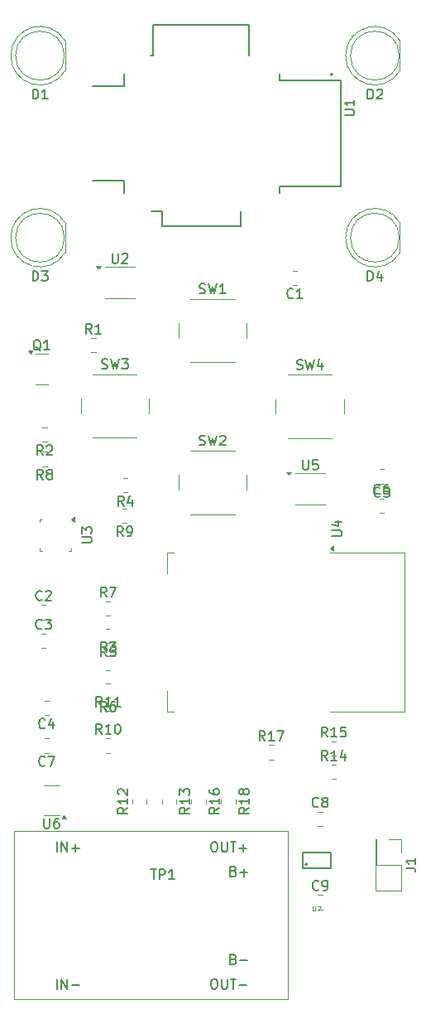
<source format=gbr>
%TF.GenerationSoftware,KiCad,Pcbnew,8.0.5*%
%TF.CreationDate,2026-01-06T21:14:37+02:00*%
%TF.ProjectId,scheme,73636865-6d65-42e6-9b69-6361645f7063,rev?*%
%TF.SameCoordinates,Original*%
%TF.FileFunction,Legend,Top*%
%TF.FilePolarity,Positive*%
%FSLAX46Y46*%
G04 Gerber Fmt 4.6, Leading zero omitted, Abs format (unit mm)*
G04 Created by KiCad (PCBNEW 8.0.5) date 2026-01-06 21:14:37*
%MOMM*%
%LPD*%
G01*
G04 APERTURE LIST*
%ADD10C,0.150000*%
%ADD11C,0.100000*%
%ADD12C,0.120000*%
%ADD13C,0.127000*%
%ADD14C,0.200000*%
G04 APERTURE END LIST*
D10*
X123391905Y-51214819D02*
X123391905Y-50214819D01*
X123391905Y-50214819D02*
X123630000Y-50214819D01*
X123630000Y-50214819D02*
X123772857Y-50262438D01*
X123772857Y-50262438D02*
X123868095Y-50357676D01*
X123868095Y-50357676D02*
X123915714Y-50452914D01*
X123915714Y-50452914D02*
X123963333Y-50643390D01*
X123963333Y-50643390D02*
X123963333Y-50786247D01*
X123963333Y-50786247D02*
X123915714Y-50976723D01*
X123915714Y-50976723D02*
X123868095Y-51071961D01*
X123868095Y-51071961D02*
X123772857Y-51167200D01*
X123772857Y-51167200D02*
X123630000Y-51214819D01*
X123630000Y-51214819D02*
X123391905Y-51214819D01*
X124915714Y-51214819D02*
X124344286Y-51214819D01*
X124630000Y-51214819D02*
X124630000Y-50214819D01*
X124630000Y-50214819D02*
X124534762Y-50357676D01*
X124534762Y-50357676D02*
X124439524Y-50452914D01*
X124439524Y-50452914D02*
X124344286Y-50500533D01*
X153557142Y-118804819D02*
X153223809Y-118328628D01*
X152985714Y-118804819D02*
X152985714Y-117804819D01*
X152985714Y-117804819D02*
X153366666Y-117804819D01*
X153366666Y-117804819D02*
X153461904Y-117852438D01*
X153461904Y-117852438D02*
X153509523Y-117900057D01*
X153509523Y-117900057D02*
X153557142Y-117995295D01*
X153557142Y-117995295D02*
X153557142Y-118138152D01*
X153557142Y-118138152D02*
X153509523Y-118233390D01*
X153509523Y-118233390D02*
X153461904Y-118281009D01*
X153461904Y-118281009D02*
X153366666Y-118328628D01*
X153366666Y-118328628D02*
X152985714Y-118328628D01*
X154509523Y-118804819D02*
X153938095Y-118804819D01*
X154223809Y-118804819D02*
X154223809Y-117804819D01*
X154223809Y-117804819D02*
X154128571Y-117947676D01*
X154128571Y-117947676D02*
X154033333Y-118042914D01*
X154033333Y-118042914D02*
X153938095Y-118090533D01*
X155366666Y-118138152D02*
X155366666Y-118804819D01*
X155128571Y-117757200D02*
X154890476Y-118471485D01*
X154890476Y-118471485D02*
X155509523Y-118471485D01*
X132705733Y-92804819D02*
X132372400Y-92328628D01*
X132134305Y-92804819D02*
X132134305Y-91804819D01*
X132134305Y-91804819D02*
X132515257Y-91804819D01*
X132515257Y-91804819D02*
X132610495Y-91852438D01*
X132610495Y-91852438D02*
X132658114Y-91900057D01*
X132658114Y-91900057D02*
X132705733Y-91995295D01*
X132705733Y-91995295D02*
X132705733Y-92138152D01*
X132705733Y-92138152D02*
X132658114Y-92233390D01*
X132658114Y-92233390D02*
X132610495Y-92281009D01*
X132610495Y-92281009D02*
X132515257Y-92328628D01*
X132515257Y-92328628D02*
X132134305Y-92328628D01*
X133562876Y-92138152D02*
X133562876Y-92804819D01*
X133324781Y-91757200D02*
X133086686Y-92471485D01*
X133086686Y-92471485D02*
X133705733Y-92471485D01*
X133104819Y-123642857D02*
X132628628Y-123976190D01*
X133104819Y-124214285D02*
X132104819Y-124214285D01*
X132104819Y-124214285D02*
X132104819Y-123833333D01*
X132104819Y-123833333D02*
X132152438Y-123738095D01*
X132152438Y-123738095D02*
X132200057Y-123690476D01*
X132200057Y-123690476D02*
X132295295Y-123642857D01*
X132295295Y-123642857D02*
X132438152Y-123642857D01*
X132438152Y-123642857D02*
X132533390Y-123690476D01*
X132533390Y-123690476D02*
X132581009Y-123738095D01*
X132581009Y-123738095D02*
X132628628Y-123833333D01*
X132628628Y-123833333D02*
X132628628Y-124214285D01*
X133104819Y-122690476D02*
X133104819Y-123261904D01*
X133104819Y-122976190D02*
X132104819Y-122976190D01*
X132104819Y-122976190D02*
X132247676Y-123071428D01*
X132247676Y-123071428D02*
X132342914Y-123166666D01*
X132342914Y-123166666D02*
X132390533Y-123261904D01*
X132200057Y-122309523D02*
X132152438Y-122261904D01*
X132152438Y-122261904D02*
X132104819Y-122166666D01*
X132104819Y-122166666D02*
X132104819Y-121928571D01*
X132104819Y-121928571D02*
X132152438Y-121833333D01*
X132152438Y-121833333D02*
X132200057Y-121785714D01*
X132200057Y-121785714D02*
X132295295Y-121738095D01*
X132295295Y-121738095D02*
X132390533Y-121738095D01*
X132390533Y-121738095D02*
X132533390Y-121785714D01*
X132533390Y-121785714D02*
X133104819Y-122357142D01*
X133104819Y-122357142D02*
X133104819Y-121738095D01*
X128434819Y-96570704D02*
X129244342Y-96570704D01*
X129244342Y-96570704D02*
X129339580Y-96523085D01*
X129339580Y-96523085D02*
X129387200Y-96475466D01*
X129387200Y-96475466D02*
X129434819Y-96380228D01*
X129434819Y-96380228D02*
X129434819Y-96189752D01*
X129434819Y-96189752D02*
X129387200Y-96094514D01*
X129387200Y-96094514D02*
X129339580Y-96046895D01*
X129339580Y-96046895D02*
X129244342Y-95999276D01*
X129244342Y-95999276D02*
X128434819Y-95999276D01*
X128434819Y-95618323D02*
X128434819Y-94999276D01*
X128434819Y-94999276D02*
X128815771Y-95332609D01*
X128815771Y-95332609D02*
X128815771Y-95189752D01*
X128815771Y-95189752D02*
X128863390Y-95094514D01*
X128863390Y-95094514D02*
X128911009Y-95046895D01*
X128911009Y-95046895D02*
X129006247Y-94999276D01*
X129006247Y-94999276D02*
X129244342Y-94999276D01*
X129244342Y-94999276D02*
X129339580Y-95046895D01*
X129339580Y-95046895D02*
X129387200Y-95094514D01*
X129387200Y-95094514D02*
X129434819Y-95189752D01*
X129434819Y-95189752D02*
X129434819Y-95475466D01*
X129434819Y-95475466D02*
X129387200Y-95570704D01*
X129387200Y-95570704D02*
X129339580Y-95618323D01*
X147157142Y-116804819D02*
X146823809Y-116328628D01*
X146585714Y-116804819D02*
X146585714Y-115804819D01*
X146585714Y-115804819D02*
X146966666Y-115804819D01*
X146966666Y-115804819D02*
X147061904Y-115852438D01*
X147061904Y-115852438D02*
X147109523Y-115900057D01*
X147109523Y-115900057D02*
X147157142Y-115995295D01*
X147157142Y-115995295D02*
X147157142Y-116138152D01*
X147157142Y-116138152D02*
X147109523Y-116233390D01*
X147109523Y-116233390D02*
X147061904Y-116281009D01*
X147061904Y-116281009D02*
X146966666Y-116328628D01*
X146966666Y-116328628D02*
X146585714Y-116328628D01*
X148109523Y-116804819D02*
X147538095Y-116804819D01*
X147823809Y-116804819D02*
X147823809Y-115804819D01*
X147823809Y-115804819D02*
X147728571Y-115947676D01*
X147728571Y-115947676D02*
X147633333Y-116042914D01*
X147633333Y-116042914D02*
X147538095Y-116090533D01*
X148442857Y-115804819D02*
X149109523Y-115804819D01*
X149109523Y-115804819D02*
X148680952Y-116804819D01*
X130466667Y-78757200D02*
X130609524Y-78804819D01*
X130609524Y-78804819D02*
X130847619Y-78804819D01*
X130847619Y-78804819D02*
X130942857Y-78757200D01*
X130942857Y-78757200D02*
X130990476Y-78709580D01*
X130990476Y-78709580D02*
X131038095Y-78614342D01*
X131038095Y-78614342D02*
X131038095Y-78519104D01*
X131038095Y-78519104D02*
X130990476Y-78423866D01*
X130990476Y-78423866D02*
X130942857Y-78376247D01*
X130942857Y-78376247D02*
X130847619Y-78328628D01*
X130847619Y-78328628D02*
X130657143Y-78281009D01*
X130657143Y-78281009D02*
X130561905Y-78233390D01*
X130561905Y-78233390D02*
X130514286Y-78185771D01*
X130514286Y-78185771D02*
X130466667Y-78090533D01*
X130466667Y-78090533D02*
X130466667Y-77995295D01*
X130466667Y-77995295D02*
X130514286Y-77900057D01*
X130514286Y-77900057D02*
X130561905Y-77852438D01*
X130561905Y-77852438D02*
X130657143Y-77804819D01*
X130657143Y-77804819D02*
X130895238Y-77804819D01*
X130895238Y-77804819D02*
X131038095Y-77852438D01*
X131371429Y-77804819D02*
X131609524Y-78804819D01*
X131609524Y-78804819D02*
X131800000Y-78090533D01*
X131800000Y-78090533D02*
X131990476Y-78804819D01*
X131990476Y-78804819D02*
X132228572Y-77804819D01*
X132514286Y-77804819D02*
X133133333Y-77804819D01*
X133133333Y-77804819D02*
X132800000Y-78185771D01*
X132800000Y-78185771D02*
X132942857Y-78185771D01*
X132942857Y-78185771D02*
X133038095Y-78233390D01*
X133038095Y-78233390D02*
X133085714Y-78281009D01*
X133085714Y-78281009D02*
X133133333Y-78376247D01*
X133133333Y-78376247D02*
X133133333Y-78614342D01*
X133133333Y-78614342D02*
X133085714Y-78709580D01*
X133085714Y-78709580D02*
X133038095Y-78757200D01*
X133038095Y-78757200D02*
X132942857Y-78804819D01*
X132942857Y-78804819D02*
X132657143Y-78804819D01*
X132657143Y-78804819D02*
X132561905Y-78757200D01*
X132561905Y-78757200D02*
X132514286Y-78709580D01*
X155308519Y-52886904D02*
X156118042Y-52886904D01*
X156118042Y-52886904D02*
X156213280Y-52839285D01*
X156213280Y-52839285D02*
X156260900Y-52791666D01*
X156260900Y-52791666D02*
X156308519Y-52696428D01*
X156308519Y-52696428D02*
X156308519Y-52505952D01*
X156308519Y-52505952D02*
X156260900Y-52410714D01*
X156260900Y-52410714D02*
X156213280Y-52363095D01*
X156213280Y-52363095D02*
X156118042Y-52315476D01*
X156118042Y-52315476D02*
X155308519Y-52315476D01*
X156308519Y-51315476D02*
X156308519Y-51886904D01*
X156308519Y-51601190D02*
X155308519Y-51601190D01*
X155308519Y-51601190D02*
X155451376Y-51696428D01*
X155451376Y-51696428D02*
X155546614Y-51791666D01*
X155546614Y-51791666D02*
X155594233Y-51886904D01*
X157666905Y-69814819D02*
X157666905Y-68814819D01*
X157666905Y-68814819D02*
X157905000Y-68814819D01*
X157905000Y-68814819D02*
X158047857Y-68862438D01*
X158047857Y-68862438D02*
X158143095Y-68957676D01*
X158143095Y-68957676D02*
X158190714Y-69052914D01*
X158190714Y-69052914D02*
X158238333Y-69243390D01*
X158238333Y-69243390D02*
X158238333Y-69386247D01*
X158238333Y-69386247D02*
X158190714Y-69576723D01*
X158190714Y-69576723D02*
X158143095Y-69671961D01*
X158143095Y-69671961D02*
X158047857Y-69767200D01*
X158047857Y-69767200D02*
X157905000Y-69814819D01*
X157905000Y-69814819D02*
X157666905Y-69814819D01*
X159095476Y-69148152D02*
X159095476Y-69814819D01*
X158857381Y-68767200D02*
X158619286Y-69481485D01*
X158619286Y-69481485D02*
X159238333Y-69481485D01*
D11*
X152051847Y-133761847D02*
X152051847Y-134085657D01*
X152051847Y-134085657D02*
X152075657Y-134123752D01*
X152075657Y-134123752D02*
X152099466Y-134142800D01*
X152099466Y-134142800D02*
X152147085Y-134161847D01*
X152147085Y-134161847D02*
X152242323Y-134161847D01*
X152242323Y-134161847D02*
X152289942Y-134142800D01*
X152289942Y-134142800D02*
X152313752Y-134123752D01*
X152313752Y-134123752D02*
X152337561Y-134085657D01*
X152337561Y-134085657D02*
X152337561Y-133761847D01*
X152528038Y-133761847D02*
X152861371Y-133761847D01*
X152861371Y-133761847D02*
X152647086Y-134161847D01*
D10*
X161584819Y-129828333D02*
X162299104Y-129828333D01*
X162299104Y-129828333D02*
X162441961Y-129875952D01*
X162441961Y-129875952D02*
X162537200Y-129971190D01*
X162537200Y-129971190D02*
X162584819Y-130114047D01*
X162584819Y-130114047D02*
X162584819Y-130209285D01*
X162584819Y-128828333D02*
X162584819Y-129399761D01*
X162584819Y-129114047D02*
X161584819Y-129114047D01*
X161584819Y-129114047D02*
X161727676Y-129209285D01*
X161727676Y-129209285D02*
X161822914Y-129304523D01*
X161822914Y-129304523D02*
X161870533Y-129399761D01*
X124333333Y-102388380D02*
X124285714Y-102436000D01*
X124285714Y-102436000D02*
X124142857Y-102483619D01*
X124142857Y-102483619D02*
X124047619Y-102483619D01*
X124047619Y-102483619D02*
X123904762Y-102436000D01*
X123904762Y-102436000D02*
X123809524Y-102340761D01*
X123809524Y-102340761D02*
X123761905Y-102245523D01*
X123761905Y-102245523D02*
X123714286Y-102055047D01*
X123714286Y-102055047D02*
X123714286Y-101912190D01*
X123714286Y-101912190D02*
X123761905Y-101721714D01*
X123761905Y-101721714D02*
X123809524Y-101626476D01*
X123809524Y-101626476D02*
X123904762Y-101531238D01*
X123904762Y-101531238D02*
X124047619Y-101483619D01*
X124047619Y-101483619D02*
X124142857Y-101483619D01*
X124142857Y-101483619D02*
X124285714Y-101531238D01*
X124285714Y-101531238D02*
X124333333Y-101578857D01*
X124714286Y-101578857D02*
X124761905Y-101531238D01*
X124761905Y-101531238D02*
X124857143Y-101483619D01*
X124857143Y-101483619D02*
X125095238Y-101483619D01*
X125095238Y-101483619D02*
X125190476Y-101531238D01*
X125190476Y-101531238D02*
X125238095Y-101578857D01*
X125238095Y-101578857D02*
X125285714Y-101674095D01*
X125285714Y-101674095D02*
X125285714Y-101769333D01*
X125285714Y-101769333D02*
X125238095Y-101912190D01*
X125238095Y-101912190D02*
X124666667Y-102483619D01*
X124666667Y-102483619D02*
X125285714Y-102483619D01*
X124333333Y-105309580D02*
X124285714Y-105357200D01*
X124285714Y-105357200D02*
X124142857Y-105404819D01*
X124142857Y-105404819D02*
X124047619Y-105404819D01*
X124047619Y-105404819D02*
X123904762Y-105357200D01*
X123904762Y-105357200D02*
X123809524Y-105261961D01*
X123809524Y-105261961D02*
X123761905Y-105166723D01*
X123761905Y-105166723D02*
X123714286Y-104976247D01*
X123714286Y-104976247D02*
X123714286Y-104833390D01*
X123714286Y-104833390D02*
X123761905Y-104642914D01*
X123761905Y-104642914D02*
X123809524Y-104547676D01*
X123809524Y-104547676D02*
X123904762Y-104452438D01*
X123904762Y-104452438D02*
X124047619Y-104404819D01*
X124047619Y-104404819D02*
X124142857Y-104404819D01*
X124142857Y-104404819D02*
X124285714Y-104452438D01*
X124285714Y-104452438D02*
X124333333Y-104500057D01*
X124666667Y-104404819D02*
X125285714Y-104404819D01*
X125285714Y-104404819D02*
X124952381Y-104785771D01*
X124952381Y-104785771D02*
X125095238Y-104785771D01*
X125095238Y-104785771D02*
X125190476Y-104833390D01*
X125190476Y-104833390D02*
X125238095Y-104881009D01*
X125238095Y-104881009D02*
X125285714Y-104976247D01*
X125285714Y-104976247D02*
X125285714Y-105214342D01*
X125285714Y-105214342D02*
X125238095Y-105309580D01*
X125238095Y-105309580D02*
X125190476Y-105357200D01*
X125190476Y-105357200D02*
X125095238Y-105404819D01*
X125095238Y-105404819D02*
X124809524Y-105404819D01*
X124809524Y-105404819D02*
X124714286Y-105357200D01*
X124714286Y-105357200D02*
X124666667Y-105309580D01*
X142471519Y-123642857D02*
X141995328Y-123976190D01*
X142471519Y-124214285D02*
X141471519Y-124214285D01*
X141471519Y-124214285D02*
X141471519Y-123833333D01*
X141471519Y-123833333D02*
X141519138Y-123738095D01*
X141519138Y-123738095D02*
X141566757Y-123690476D01*
X141566757Y-123690476D02*
X141661995Y-123642857D01*
X141661995Y-123642857D02*
X141804852Y-123642857D01*
X141804852Y-123642857D02*
X141900090Y-123690476D01*
X141900090Y-123690476D02*
X141947709Y-123738095D01*
X141947709Y-123738095D02*
X141995328Y-123833333D01*
X141995328Y-123833333D02*
X141995328Y-124214285D01*
X142471519Y-122690476D02*
X142471519Y-123261904D01*
X142471519Y-122976190D02*
X141471519Y-122976190D01*
X141471519Y-122976190D02*
X141614376Y-123071428D01*
X141614376Y-123071428D02*
X141709614Y-123166666D01*
X141709614Y-123166666D02*
X141757233Y-123261904D01*
X141471519Y-121833333D02*
X141471519Y-122023809D01*
X141471519Y-122023809D02*
X141519138Y-122119047D01*
X141519138Y-122119047D02*
X141566757Y-122166666D01*
X141566757Y-122166666D02*
X141709614Y-122261904D01*
X141709614Y-122261904D02*
X141900090Y-122309523D01*
X141900090Y-122309523D02*
X142281042Y-122309523D01*
X142281042Y-122309523D02*
X142376280Y-122261904D01*
X142376280Y-122261904D02*
X142423900Y-122214285D01*
X142423900Y-122214285D02*
X142471519Y-122119047D01*
X142471519Y-122119047D02*
X142471519Y-121928571D01*
X142471519Y-121928571D02*
X142423900Y-121833333D01*
X142423900Y-121833333D02*
X142376280Y-121785714D01*
X142376280Y-121785714D02*
X142281042Y-121738095D01*
X142281042Y-121738095D02*
X142042947Y-121738095D01*
X142042947Y-121738095D02*
X141947709Y-121785714D01*
X141947709Y-121785714D02*
X141900090Y-121833333D01*
X141900090Y-121833333D02*
X141852471Y-121928571D01*
X141852471Y-121928571D02*
X141852471Y-122119047D01*
X141852471Y-122119047D02*
X141900090Y-122214285D01*
X141900090Y-122214285D02*
X141947709Y-122261904D01*
X141947709Y-122261904D02*
X142042947Y-122309523D01*
X152633333Y-123509580D02*
X152585714Y-123557200D01*
X152585714Y-123557200D02*
X152442857Y-123604819D01*
X152442857Y-123604819D02*
X152347619Y-123604819D01*
X152347619Y-123604819D02*
X152204762Y-123557200D01*
X152204762Y-123557200D02*
X152109524Y-123461961D01*
X152109524Y-123461961D02*
X152061905Y-123366723D01*
X152061905Y-123366723D02*
X152014286Y-123176247D01*
X152014286Y-123176247D02*
X152014286Y-123033390D01*
X152014286Y-123033390D02*
X152061905Y-122842914D01*
X152061905Y-122842914D02*
X152109524Y-122747676D01*
X152109524Y-122747676D02*
X152204762Y-122652438D01*
X152204762Y-122652438D02*
X152347619Y-122604819D01*
X152347619Y-122604819D02*
X152442857Y-122604819D01*
X152442857Y-122604819D02*
X152585714Y-122652438D01*
X152585714Y-122652438D02*
X152633333Y-122700057D01*
X153204762Y-123033390D02*
X153109524Y-122985771D01*
X153109524Y-122985771D02*
X153061905Y-122938152D01*
X153061905Y-122938152D02*
X153014286Y-122842914D01*
X153014286Y-122842914D02*
X153014286Y-122795295D01*
X153014286Y-122795295D02*
X153061905Y-122700057D01*
X153061905Y-122700057D02*
X153109524Y-122652438D01*
X153109524Y-122652438D02*
X153204762Y-122604819D01*
X153204762Y-122604819D02*
X153395238Y-122604819D01*
X153395238Y-122604819D02*
X153490476Y-122652438D01*
X153490476Y-122652438D02*
X153538095Y-122700057D01*
X153538095Y-122700057D02*
X153585714Y-122795295D01*
X153585714Y-122795295D02*
X153585714Y-122842914D01*
X153585714Y-122842914D02*
X153538095Y-122938152D01*
X153538095Y-122938152D02*
X153490476Y-122985771D01*
X153490476Y-122985771D02*
X153395238Y-123033390D01*
X153395238Y-123033390D02*
X153204762Y-123033390D01*
X153204762Y-123033390D02*
X153109524Y-123081009D01*
X153109524Y-123081009D02*
X153061905Y-123128628D01*
X153061905Y-123128628D02*
X153014286Y-123223866D01*
X153014286Y-123223866D02*
X153014286Y-123414342D01*
X153014286Y-123414342D02*
X153061905Y-123509580D01*
X153061905Y-123509580D02*
X153109524Y-123557200D01*
X153109524Y-123557200D02*
X153204762Y-123604819D01*
X153204762Y-123604819D02*
X153395238Y-123604819D01*
X153395238Y-123604819D02*
X153490476Y-123557200D01*
X153490476Y-123557200D02*
X153538095Y-123509580D01*
X153538095Y-123509580D02*
X153585714Y-123414342D01*
X153585714Y-123414342D02*
X153585714Y-123223866D01*
X153585714Y-123223866D02*
X153538095Y-123128628D01*
X153538095Y-123128628D02*
X153490476Y-123081009D01*
X153490476Y-123081009D02*
X153395238Y-123033390D01*
X131538095Y-67004819D02*
X131538095Y-67814342D01*
X131538095Y-67814342D02*
X131585714Y-67909580D01*
X131585714Y-67909580D02*
X131633333Y-67957200D01*
X131633333Y-67957200D02*
X131728571Y-68004819D01*
X131728571Y-68004819D02*
X131919047Y-68004819D01*
X131919047Y-68004819D02*
X132014285Y-67957200D01*
X132014285Y-67957200D02*
X132061904Y-67909580D01*
X132061904Y-67909580D02*
X132109523Y-67814342D01*
X132109523Y-67814342D02*
X132109523Y-67004819D01*
X132538095Y-67100057D02*
X132585714Y-67052438D01*
X132585714Y-67052438D02*
X132680952Y-67004819D01*
X132680952Y-67004819D02*
X132919047Y-67004819D01*
X132919047Y-67004819D02*
X133014285Y-67052438D01*
X133014285Y-67052438D02*
X133061904Y-67100057D01*
X133061904Y-67100057D02*
X133109523Y-67195295D01*
X133109523Y-67195295D02*
X133109523Y-67290533D01*
X133109523Y-67290533D02*
X133061904Y-67433390D01*
X133061904Y-67433390D02*
X132490476Y-68004819D01*
X132490476Y-68004819D02*
X133109523Y-68004819D01*
X124204761Y-76950057D02*
X124109523Y-76902438D01*
X124109523Y-76902438D02*
X124014285Y-76807200D01*
X124014285Y-76807200D02*
X123871428Y-76664342D01*
X123871428Y-76664342D02*
X123776190Y-76616723D01*
X123776190Y-76616723D02*
X123680952Y-76616723D01*
X123728571Y-76854819D02*
X123633333Y-76807200D01*
X123633333Y-76807200D02*
X123538095Y-76711961D01*
X123538095Y-76711961D02*
X123490476Y-76521485D01*
X123490476Y-76521485D02*
X123490476Y-76188152D01*
X123490476Y-76188152D02*
X123538095Y-75997676D01*
X123538095Y-75997676D02*
X123633333Y-75902438D01*
X123633333Y-75902438D02*
X123728571Y-75854819D01*
X123728571Y-75854819D02*
X123919047Y-75854819D01*
X123919047Y-75854819D02*
X124014285Y-75902438D01*
X124014285Y-75902438D02*
X124109523Y-75997676D01*
X124109523Y-75997676D02*
X124157142Y-76188152D01*
X124157142Y-76188152D02*
X124157142Y-76521485D01*
X124157142Y-76521485D02*
X124109523Y-76711961D01*
X124109523Y-76711961D02*
X124014285Y-76807200D01*
X124014285Y-76807200D02*
X123919047Y-76854819D01*
X123919047Y-76854819D02*
X123728571Y-76854819D01*
X125109523Y-76854819D02*
X124538095Y-76854819D01*
X124823809Y-76854819D02*
X124823809Y-75854819D01*
X124823809Y-75854819D02*
X124728571Y-75997676D01*
X124728571Y-75997676D02*
X124633333Y-76092914D01*
X124633333Y-76092914D02*
X124538095Y-76140533D01*
X130457142Y-116104819D02*
X130123809Y-115628628D01*
X129885714Y-116104819D02*
X129885714Y-115104819D01*
X129885714Y-115104819D02*
X130266666Y-115104819D01*
X130266666Y-115104819D02*
X130361904Y-115152438D01*
X130361904Y-115152438D02*
X130409523Y-115200057D01*
X130409523Y-115200057D02*
X130457142Y-115295295D01*
X130457142Y-115295295D02*
X130457142Y-115438152D01*
X130457142Y-115438152D02*
X130409523Y-115533390D01*
X130409523Y-115533390D02*
X130361904Y-115581009D01*
X130361904Y-115581009D02*
X130266666Y-115628628D01*
X130266666Y-115628628D02*
X129885714Y-115628628D01*
X131409523Y-116104819D02*
X130838095Y-116104819D01*
X131123809Y-116104819D02*
X131123809Y-115104819D01*
X131123809Y-115104819D02*
X131028571Y-115247676D01*
X131028571Y-115247676D02*
X130933333Y-115342914D01*
X130933333Y-115342914D02*
X130838095Y-115390533D01*
X132028571Y-115104819D02*
X132123809Y-115104819D01*
X132123809Y-115104819D02*
X132219047Y-115152438D01*
X132219047Y-115152438D02*
X132266666Y-115200057D01*
X132266666Y-115200057D02*
X132314285Y-115295295D01*
X132314285Y-115295295D02*
X132361904Y-115485771D01*
X132361904Y-115485771D02*
X132361904Y-115723866D01*
X132361904Y-115723866D02*
X132314285Y-115914342D01*
X132314285Y-115914342D02*
X132266666Y-116009580D01*
X132266666Y-116009580D02*
X132219047Y-116057200D01*
X132219047Y-116057200D02*
X132123809Y-116104819D01*
X132123809Y-116104819D02*
X132028571Y-116104819D01*
X132028571Y-116104819D02*
X131933333Y-116057200D01*
X131933333Y-116057200D02*
X131885714Y-116009580D01*
X131885714Y-116009580D02*
X131838095Y-115914342D01*
X131838095Y-115914342D02*
X131790476Y-115723866D01*
X131790476Y-115723866D02*
X131790476Y-115485771D01*
X131790476Y-115485771D02*
X131838095Y-115295295D01*
X131838095Y-115295295D02*
X131885714Y-115200057D01*
X131885714Y-115200057D02*
X131933333Y-115152438D01*
X131933333Y-115152438D02*
X132028571Y-115104819D01*
X124538095Y-124754819D02*
X124538095Y-125564342D01*
X124538095Y-125564342D02*
X124585714Y-125659580D01*
X124585714Y-125659580D02*
X124633333Y-125707200D01*
X124633333Y-125707200D02*
X124728571Y-125754819D01*
X124728571Y-125754819D02*
X124919047Y-125754819D01*
X124919047Y-125754819D02*
X125014285Y-125707200D01*
X125014285Y-125707200D02*
X125061904Y-125659580D01*
X125061904Y-125659580D02*
X125109523Y-125564342D01*
X125109523Y-125564342D02*
X125109523Y-124754819D01*
X126014285Y-124754819D02*
X125823809Y-124754819D01*
X125823809Y-124754819D02*
X125728571Y-124802438D01*
X125728571Y-124802438D02*
X125680952Y-124850057D01*
X125680952Y-124850057D02*
X125585714Y-124992914D01*
X125585714Y-124992914D02*
X125538095Y-125183390D01*
X125538095Y-125183390D02*
X125538095Y-125564342D01*
X125538095Y-125564342D02*
X125585714Y-125659580D01*
X125585714Y-125659580D02*
X125633333Y-125707200D01*
X125633333Y-125707200D02*
X125728571Y-125754819D01*
X125728571Y-125754819D02*
X125919047Y-125754819D01*
X125919047Y-125754819D02*
X126014285Y-125707200D01*
X126014285Y-125707200D02*
X126061904Y-125659580D01*
X126061904Y-125659580D02*
X126109523Y-125564342D01*
X126109523Y-125564342D02*
X126109523Y-125326247D01*
X126109523Y-125326247D02*
X126061904Y-125231009D01*
X126061904Y-125231009D02*
X126014285Y-125183390D01*
X126014285Y-125183390D02*
X125919047Y-125135771D01*
X125919047Y-125135771D02*
X125728571Y-125135771D01*
X125728571Y-125135771D02*
X125633333Y-125183390D01*
X125633333Y-125183390D02*
X125585714Y-125231009D01*
X125585714Y-125231009D02*
X125538095Y-125326247D01*
X130933333Y-102104819D02*
X130600000Y-101628628D01*
X130361905Y-102104819D02*
X130361905Y-101104819D01*
X130361905Y-101104819D02*
X130742857Y-101104819D01*
X130742857Y-101104819D02*
X130838095Y-101152438D01*
X130838095Y-101152438D02*
X130885714Y-101200057D01*
X130885714Y-101200057D02*
X130933333Y-101295295D01*
X130933333Y-101295295D02*
X130933333Y-101438152D01*
X130933333Y-101438152D02*
X130885714Y-101533390D01*
X130885714Y-101533390D02*
X130838095Y-101581009D01*
X130838095Y-101581009D02*
X130742857Y-101628628D01*
X130742857Y-101628628D02*
X130361905Y-101628628D01*
X131266667Y-101104819D02*
X131933333Y-101104819D01*
X131933333Y-101104819D02*
X131504762Y-102104819D01*
X140466667Y-86557200D02*
X140609524Y-86604819D01*
X140609524Y-86604819D02*
X140847619Y-86604819D01*
X140847619Y-86604819D02*
X140942857Y-86557200D01*
X140942857Y-86557200D02*
X140990476Y-86509580D01*
X140990476Y-86509580D02*
X141038095Y-86414342D01*
X141038095Y-86414342D02*
X141038095Y-86319104D01*
X141038095Y-86319104D02*
X140990476Y-86223866D01*
X140990476Y-86223866D02*
X140942857Y-86176247D01*
X140942857Y-86176247D02*
X140847619Y-86128628D01*
X140847619Y-86128628D02*
X140657143Y-86081009D01*
X140657143Y-86081009D02*
X140561905Y-86033390D01*
X140561905Y-86033390D02*
X140514286Y-85985771D01*
X140514286Y-85985771D02*
X140466667Y-85890533D01*
X140466667Y-85890533D02*
X140466667Y-85795295D01*
X140466667Y-85795295D02*
X140514286Y-85700057D01*
X140514286Y-85700057D02*
X140561905Y-85652438D01*
X140561905Y-85652438D02*
X140657143Y-85604819D01*
X140657143Y-85604819D02*
X140895238Y-85604819D01*
X140895238Y-85604819D02*
X141038095Y-85652438D01*
X141371429Y-85604819D02*
X141609524Y-86604819D01*
X141609524Y-86604819D02*
X141800000Y-85890533D01*
X141800000Y-85890533D02*
X141990476Y-86604819D01*
X141990476Y-86604819D02*
X142228572Y-85604819D01*
X142561905Y-85700057D02*
X142609524Y-85652438D01*
X142609524Y-85652438D02*
X142704762Y-85604819D01*
X142704762Y-85604819D02*
X142942857Y-85604819D01*
X142942857Y-85604819D02*
X143038095Y-85652438D01*
X143038095Y-85652438D02*
X143085714Y-85700057D01*
X143085714Y-85700057D02*
X143133333Y-85795295D01*
X143133333Y-85795295D02*
X143133333Y-85890533D01*
X143133333Y-85890533D02*
X143085714Y-86033390D01*
X143085714Y-86033390D02*
X142514286Y-86604819D01*
X142514286Y-86604819D02*
X143133333Y-86604819D01*
X153557142Y-116404819D02*
X153223809Y-115928628D01*
X152985714Y-116404819D02*
X152985714Y-115404819D01*
X152985714Y-115404819D02*
X153366666Y-115404819D01*
X153366666Y-115404819D02*
X153461904Y-115452438D01*
X153461904Y-115452438D02*
X153509523Y-115500057D01*
X153509523Y-115500057D02*
X153557142Y-115595295D01*
X153557142Y-115595295D02*
X153557142Y-115738152D01*
X153557142Y-115738152D02*
X153509523Y-115833390D01*
X153509523Y-115833390D02*
X153461904Y-115881009D01*
X153461904Y-115881009D02*
X153366666Y-115928628D01*
X153366666Y-115928628D02*
X152985714Y-115928628D01*
X154509523Y-116404819D02*
X153938095Y-116404819D01*
X154223809Y-116404819D02*
X154223809Y-115404819D01*
X154223809Y-115404819D02*
X154128571Y-115547676D01*
X154128571Y-115547676D02*
X154033333Y-115642914D01*
X154033333Y-115642914D02*
X153938095Y-115690533D01*
X155414285Y-115404819D02*
X154938095Y-115404819D01*
X154938095Y-115404819D02*
X154890476Y-115881009D01*
X154890476Y-115881009D02*
X154938095Y-115833390D01*
X154938095Y-115833390D02*
X155033333Y-115785771D01*
X155033333Y-115785771D02*
X155271428Y-115785771D01*
X155271428Y-115785771D02*
X155366666Y-115833390D01*
X155366666Y-115833390D02*
X155414285Y-115881009D01*
X155414285Y-115881009D02*
X155461904Y-115976247D01*
X155461904Y-115976247D02*
X155461904Y-116214342D01*
X155461904Y-116214342D02*
X155414285Y-116309580D01*
X155414285Y-116309580D02*
X155366666Y-116357200D01*
X155366666Y-116357200D02*
X155271428Y-116404819D01*
X155271428Y-116404819D02*
X155033333Y-116404819D01*
X155033333Y-116404819D02*
X154938095Y-116357200D01*
X154938095Y-116357200D02*
X154890476Y-116309580D01*
X130933333Y-113804819D02*
X130600000Y-113328628D01*
X130361905Y-113804819D02*
X130361905Y-112804819D01*
X130361905Y-112804819D02*
X130742857Y-112804819D01*
X130742857Y-112804819D02*
X130838095Y-112852438D01*
X130838095Y-112852438D02*
X130885714Y-112900057D01*
X130885714Y-112900057D02*
X130933333Y-112995295D01*
X130933333Y-112995295D02*
X130933333Y-113138152D01*
X130933333Y-113138152D02*
X130885714Y-113233390D01*
X130885714Y-113233390D02*
X130838095Y-113281009D01*
X130838095Y-113281009D02*
X130742857Y-113328628D01*
X130742857Y-113328628D02*
X130361905Y-113328628D01*
X131790476Y-112804819D02*
X131600000Y-112804819D01*
X131600000Y-112804819D02*
X131504762Y-112852438D01*
X131504762Y-112852438D02*
X131457143Y-112900057D01*
X131457143Y-112900057D02*
X131361905Y-113042914D01*
X131361905Y-113042914D02*
X131314286Y-113233390D01*
X131314286Y-113233390D02*
X131314286Y-113614342D01*
X131314286Y-113614342D02*
X131361905Y-113709580D01*
X131361905Y-113709580D02*
X131409524Y-113757200D01*
X131409524Y-113757200D02*
X131504762Y-113804819D01*
X131504762Y-113804819D02*
X131695238Y-113804819D01*
X131695238Y-113804819D02*
X131790476Y-113757200D01*
X131790476Y-113757200D02*
X131838095Y-113709580D01*
X131838095Y-113709580D02*
X131885714Y-113614342D01*
X131885714Y-113614342D02*
X131885714Y-113376247D01*
X131885714Y-113376247D02*
X131838095Y-113281009D01*
X131838095Y-113281009D02*
X131790476Y-113233390D01*
X131790476Y-113233390D02*
X131695238Y-113185771D01*
X131695238Y-113185771D02*
X131504762Y-113185771D01*
X131504762Y-113185771D02*
X131409524Y-113233390D01*
X131409524Y-113233390D02*
X131361905Y-113281009D01*
X131361905Y-113281009D02*
X131314286Y-113376247D01*
X158933333Y-91509580D02*
X158885714Y-91557200D01*
X158885714Y-91557200D02*
X158742857Y-91604819D01*
X158742857Y-91604819D02*
X158647619Y-91604819D01*
X158647619Y-91604819D02*
X158504762Y-91557200D01*
X158504762Y-91557200D02*
X158409524Y-91461961D01*
X158409524Y-91461961D02*
X158361905Y-91366723D01*
X158361905Y-91366723D02*
X158314286Y-91176247D01*
X158314286Y-91176247D02*
X158314286Y-91033390D01*
X158314286Y-91033390D02*
X158361905Y-90842914D01*
X158361905Y-90842914D02*
X158409524Y-90747676D01*
X158409524Y-90747676D02*
X158504762Y-90652438D01*
X158504762Y-90652438D02*
X158647619Y-90604819D01*
X158647619Y-90604819D02*
X158742857Y-90604819D01*
X158742857Y-90604819D02*
X158885714Y-90652438D01*
X158885714Y-90652438D02*
X158933333Y-90700057D01*
X159790476Y-90604819D02*
X159600000Y-90604819D01*
X159600000Y-90604819D02*
X159504762Y-90652438D01*
X159504762Y-90652438D02*
X159457143Y-90700057D01*
X159457143Y-90700057D02*
X159361905Y-90842914D01*
X159361905Y-90842914D02*
X159314286Y-91033390D01*
X159314286Y-91033390D02*
X159314286Y-91414342D01*
X159314286Y-91414342D02*
X159361905Y-91509580D01*
X159361905Y-91509580D02*
X159409524Y-91557200D01*
X159409524Y-91557200D02*
X159504762Y-91604819D01*
X159504762Y-91604819D02*
X159695238Y-91604819D01*
X159695238Y-91604819D02*
X159790476Y-91557200D01*
X159790476Y-91557200D02*
X159838095Y-91509580D01*
X159838095Y-91509580D02*
X159885714Y-91414342D01*
X159885714Y-91414342D02*
X159885714Y-91176247D01*
X159885714Y-91176247D02*
X159838095Y-91081009D01*
X159838095Y-91081009D02*
X159790476Y-91033390D01*
X159790476Y-91033390D02*
X159695238Y-90985771D01*
X159695238Y-90985771D02*
X159504762Y-90985771D01*
X159504762Y-90985771D02*
X159409524Y-91033390D01*
X159409524Y-91033390D02*
X159361905Y-91081009D01*
X159361905Y-91081009D02*
X159314286Y-91176247D01*
X130457142Y-113304819D02*
X130123809Y-112828628D01*
X129885714Y-113304819D02*
X129885714Y-112304819D01*
X129885714Y-112304819D02*
X130266666Y-112304819D01*
X130266666Y-112304819D02*
X130361904Y-112352438D01*
X130361904Y-112352438D02*
X130409523Y-112400057D01*
X130409523Y-112400057D02*
X130457142Y-112495295D01*
X130457142Y-112495295D02*
X130457142Y-112638152D01*
X130457142Y-112638152D02*
X130409523Y-112733390D01*
X130409523Y-112733390D02*
X130361904Y-112781009D01*
X130361904Y-112781009D02*
X130266666Y-112828628D01*
X130266666Y-112828628D02*
X129885714Y-112828628D01*
X131409523Y-113304819D02*
X130838095Y-113304819D01*
X131123809Y-113304819D02*
X131123809Y-112304819D01*
X131123809Y-112304819D02*
X131028571Y-112447676D01*
X131028571Y-112447676D02*
X130933333Y-112542914D01*
X130933333Y-112542914D02*
X130838095Y-112590533D01*
X132361904Y-113304819D02*
X131790476Y-113304819D01*
X132076190Y-113304819D02*
X132076190Y-112304819D01*
X132076190Y-112304819D02*
X131980952Y-112447676D01*
X131980952Y-112447676D02*
X131885714Y-112542914D01*
X131885714Y-112542914D02*
X131790476Y-112590533D01*
X124433333Y-90104819D02*
X124100000Y-89628628D01*
X123861905Y-90104819D02*
X123861905Y-89104819D01*
X123861905Y-89104819D02*
X124242857Y-89104819D01*
X124242857Y-89104819D02*
X124338095Y-89152438D01*
X124338095Y-89152438D02*
X124385714Y-89200057D01*
X124385714Y-89200057D02*
X124433333Y-89295295D01*
X124433333Y-89295295D02*
X124433333Y-89438152D01*
X124433333Y-89438152D02*
X124385714Y-89533390D01*
X124385714Y-89533390D02*
X124338095Y-89581009D01*
X124338095Y-89581009D02*
X124242857Y-89628628D01*
X124242857Y-89628628D02*
X123861905Y-89628628D01*
X125004762Y-89533390D02*
X124909524Y-89485771D01*
X124909524Y-89485771D02*
X124861905Y-89438152D01*
X124861905Y-89438152D02*
X124814286Y-89342914D01*
X124814286Y-89342914D02*
X124814286Y-89295295D01*
X124814286Y-89295295D02*
X124861905Y-89200057D01*
X124861905Y-89200057D02*
X124909524Y-89152438D01*
X124909524Y-89152438D02*
X125004762Y-89104819D01*
X125004762Y-89104819D02*
X125195238Y-89104819D01*
X125195238Y-89104819D02*
X125290476Y-89152438D01*
X125290476Y-89152438D02*
X125338095Y-89200057D01*
X125338095Y-89200057D02*
X125385714Y-89295295D01*
X125385714Y-89295295D02*
X125385714Y-89342914D01*
X125385714Y-89342914D02*
X125338095Y-89438152D01*
X125338095Y-89438152D02*
X125290476Y-89485771D01*
X125290476Y-89485771D02*
X125195238Y-89533390D01*
X125195238Y-89533390D02*
X125004762Y-89533390D01*
X125004762Y-89533390D02*
X124909524Y-89581009D01*
X124909524Y-89581009D02*
X124861905Y-89628628D01*
X124861905Y-89628628D02*
X124814286Y-89723866D01*
X124814286Y-89723866D02*
X124814286Y-89914342D01*
X124814286Y-89914342D02*
X124861905Y-90009580D01*
X124861905Y-90009580D02*
X124909524Y-90057200D01*
X124909524Y-90057200D02*
X125004762Y-90104819D01*
X125004762Y-90104819D02*
X125195238Y-90104819D01*
X125195238Y-90104819D02*
X125290476Y-90057200D01*
X125290476Y-90057200D02*
X125338095Y-90009580D01*
X125338095Y-90009580D02*
X125385714Y-89914342D01*
X125385714Y-89914342D02*
X125385714Y-89723866D01*
X125385714Y-89723866D02*
X125338095Y-89628628D01*
X125338095Y-89628628D02*
X125290476Y-89581009D01*
X125290476Y-89581009D02*
X125195238Y-89533390D01*
X154014819Y-95901904D02*
X154824342Y-95901904D01*
X154824342Y-95901904D02*
X154919580Y-95854285D01*
X154919580Y-95854285D02*
X154967200Y-95806666D01*
X154967200Y-95806666D02*
X155014819Y-95711428D01*
X155014819Y-95711428D02*
X155014819Y-95520952D01*
X155014819Y-95520952D02*
X154967200Y-95425714D01*
X154967200Y-95425714D02*
X154919580Y-95378095D01*
X154919580Y-95378095D02*
X154824342Y-95330476D01*
X154824342Y-95330476D02*
X154014819Y-95330476D01*
X154348152Y-94425714D02*
X155014819Y-94425714D01*
X153967200Y-94663809D02*
X154681485Y-94901904D01*
X154681485Y-94901904D02*
X154681485Y-94282857D01*
X130933333Y-108204819D02*
X130600000Y-107728628D01*
X130361905Y-108204819D02*
X130361905Y-107204819D01*
X130361905Y-107204819D02*
X130742857Y-107204819D01*
X130742857Y-107204819D02*
X130838095Y-107252438D01*
X130838095Y-107252438D02*
X130885714Y-107300057D01*
X130885714Y-107300057D02*
X130933333Y-107395295D01*
X130933333Y-107395295D02*
X130933333Y-107538152D01*
X130933333Y-107538152D02*
X130885714Y-107633390D01*
X130885714Y-107633390D02*
X130838095Y-107681009D01*
X130838095Y-107681009D02*
X130742857Y-107728628D01*
X130742857Y-107728628D02*
X130361905Y-107728628D01*
X131838095Y-107204819D02*
X131361905Y-107204819D01*
X131361905Y-107204819D02*
X131314286Y-107681009D01*
X131314286Y-107681009D02*
X131361905Y-107633390D01*
X131361905Y-107633390D02*
X131457143Y-107585771D01*
X131457143Y-107585771D02*
X131695238Y-107585771D01*
X131695238Y-107585771D02*
X131790476Y-107633390D01*
X131790476Y-107633390D02*
X131838095Y-107681009D01*
X131838095Y-107681009D02*
X131885714Y-107776247D01*
X131885714Y-107776247D02*
X131885714Y-108014342D01*
X131885714Y-108014342D02*
X131838095Y-108109580D01*
X131838095Y-108109580D02*
X131790476Y-108157200D01*
X131790476Y-108157200D02*
X131695238Y-108204819D01*
X131695238Y-108204819D02*
X131457143Y-108204819D01*
X131457143Y-108204819D02*
X131361905Y-108157200D01*
X131361905Y-108157200D02*
X131314286Y-108109580D01*
X158933333Y-91809580D02*
X158885714Y-91857200D01*
X158885714Y-91857200D02*
X158742857Y-91904819D01*
X158742857Y-91904819D02*
X158647619Y-91904819D01*
X158647619Y-91904819D02*
X158504762Y-91857200D01*
X158504762Y-91857200D02*
X158409524Y-91761961D01*
X158409524Y-91761961D02*
X158361905Y-91666723D01*
X158361905Y-91666723D02*
X158314286Y-91476247D01*
X158314286Y-91476247D02*
X158314286Y-91333390D01*
X158314286Y-91333390D02*
X158361905Y-91142914D01*
X158361905Y-91142914D02*
X158409524Y-91047676D01*
X158409524Y-91047676D02*
X158504762Y-90952438D01*
X158504762Y-90952438D02*
X158647619Y-90904819D01*
X158647619Y-90904819D02*
X158742857Y-90904819D01*
X158742857Y-90904819D02*
X158885714Y-90952438D01*
X158885714Y-90952438D02*
X158933333Y-91000057D01*
X159838095Y-90904819D02*
X159361905Y-90904819D01*
X159361905Y-90904819D02*
X159314286Y-91381009D01*
X159314286Y-91381009D02*
X159361905Y-91333390D01*
X159361905Y-91333390D02*
X159457143Y-91285771D01*
X159457143Y-91285771D02*
X159695238Y-91285771D01*
X159695238Y-91285771D02*
X159790476Y-91333390D01*
X159790476Y-91333390D02*
X159838095Y-91381009D01*
X159838095Y-91381009D02*
X159885714Y-91476247D01*
X159885714Y-91476247D02*
X159885714Y-91714342D01*
X159885714Y-91714342D02*
X159838095Y-91809580D01*
X159838095Y-91809580D02*
X159790476Y-91857200D01*
X159790476Y-91857200D02*
X159695238Y-91904819D01*
X159695238Y-91904819D02*
X159457143Y-91904819D01*
X159457143Y-91904819D02*
X159361905Y-91857200D01*
X159361905Y-91857200D02*
X159314286Y-91809580D01*
X129433333Y-75204819D02*
X129100000Y-74728628D01*
X128861905Y-75204819D02*
X128861905Y-74204819D01*
X128861905Y-74204819D02*
X129242857Y-74204819D01*
X129242857Y-74204819D02*
X129338095Y-74252438D01*
X129338095Y-74252438D02*
X129385714Y-74300057D01*
X129385714Y-74300057D02*
X129433333Y-74395295D01*
X129433333Y-74395295D02*
X129433333Y-74538152D01*
X129433333Y-74538152D02*
X129385714Y-74633390D01*
X129385714Y-74633390D02*
X129338095Y-74681009D01*
X129338095Y-74681009D02*
X129242857Y-74728628D01*
X129242857Y-74728628D02*
X128861905Y-74728628D01*
X130385714Y-75204819D02*
X129814286Y-75204819D01*
X130100000Y-75204819D02*
X130100000Y-74204819D01*
X130100000Y-74204819D02*
X130004762Y-74347676D01*
X130004762Y-74347676D02*
X129909524Y-74442914D01*
X129909524Y-74442914D02*
X129814286Y-74490533D01*
X157666905Y-51214819D02*
X157666905Y-50214819D01*
X157666905Y-50214819D02*
X157905000Y-50214819D01*
X157905000Y-50214819D02*
X158047857Y-50262438D01*
X158047857Y-50262438D02*
X158143095Y-50357676D01*
X158143095Y-50357676D02*
X158190714Y-50452914D01*
X158190714Y-50452914D02*
X158238333Y-50643390D01*
X158238333Y-50643390D02*
X158238333Y-50786247D01*
X158238333Y-50786247D02*
X158190714Y-50976723D01*
X158190714Y-50976723D02*
X158143095Y-51071961D01*
X158143095Y-51071961D02*
X158047857Y-51167200D01*
X158047857Y-51167200D02*
X157905000Y-51214819D01*
X157905000Y-51214819D02*
X157666905Y-51214819D01*
X158619286Y-50310057D02*
X158666905Y-50262438D01*
X158666905Y-50262438D02*
X158762143Y-50214819D01*
X158762143Y-50214819D02*
X159000238Y-50214819D01*
X159000238Y-50214819D02*
X159095476Y-50262438D01*
X159095476Y-50262438D02*
X159143095Y-50310057D01*
X159143095Y-50310057D02*
X159190714Y-50405295D01*
X159190714Y-50405295D02*
X159190714Y-50500533D01*
X159190714Y-50500533D02*
X159143095Y-50643390D01*
X159143095Y-50643390D02*
X158571667Y-51214819D01*
X158571667Y-51214819D02*
X159190714Y-51214819D01*
X151038095Y-88104819D02*
X151038095Y-88914342D01*
X151038095Y-88914342D02*
X151085714Y-89009580D01*
X151085714Y-89009580D02*
X151133333Y-89057200D01*
X151133333Y-89057200D02*
X151228571Y-89104819D01*
X151228571Y-89104819D02*
X151419047Y-89104819D01*
X151419047Y-89104819D02*
X151514285Y-89057200D01*
X151514285Y-89057200D02*
X151561904Y-89009580D01*
X151561904Y-89009580D02*
X151609523Y-88914342D01*
X151609523Y-88914342D02*
X151609523Y-88104819D01*
X152561904Y-88104819D02*
X152085714Y-88104819D01*
X152085714Y-88104819D02*
X152038095Y-88581009D01*
X152038095Y-88581009D02*
X152085714Y-88533390D01*
X152085714Y-88533390D02*
X152180952Y-88485771D01*
X152180952Y-88485771D02*
X152419047Y-88485771D01*
X152419047Y-88485771D02*
X152514285Y-88533390D01*
X152514285Y-88533390D02*
X152561904Y-88581009D01*
X152561904Y-88581009D02*
X152609523Y-88676247D01*
X152609523Y-88676247D02*
X152609523Y-88914342D01*
X152609523Y-88914342D02*
X152561904Y-89009580D01*
X152561904Y-89009580D02*
X152514285Y-89057200D01*
X152514285Y-89057200D02*
X152419047Y-89104819D01*
X152419047Y-89104819D02*
X152180952Y-89104819D01*
X152180952Y-89104819D02*
X152085714Y-89057200D01*
X152085714Y-89057200D02*
X152038095Y-89009580D01*
X123391905Y-69814819D02*
X123391905Y-68814819D01*
X123391905Y-68814819D02*
X123630000Y-68814819D01*
X123630000Y-68814819D02*
X123772857Y-68862438D01*
X123772857Y-68862438D02*
X123868095Y-68957676D01*
X123868095Y-68957676D02*
X123915714Y-69052914D01*
X123915714Y-69052914D02*
X123963333Y-69243390D01*
X123963333Y-69243390D02*
X123963333Y-69386247D01*
X123963333Y-69386247D02*
X123915714Y-69576723D01*
X123915714Y-69576723D02*
X123868095Y-69671961D01*
X123868095Y-69671961D02*
X123772857Y-69767200D01*
X123772857Y-69767200D02*
X123630000Y-69814819D01*
X123630000Y-69814819D02*
X123391905Y-69814819D01*
X124296667Y-68814819D02*
X124915714Y-68814819D01*
X124915714Y-68814819D02*
X124582381Y-69195771D01*
X124582381Y-69195771D02*
X124725238Y-69195771D01*
X124725238Y-69195771D02*
X124820476Y-69243390D01*
X124820476Y-69243390D02*
X124868095Y-69291009D01*
X124868095Y-69291009D02*
X124915714Y-69386247D01*
X124915714Y-69386247D02*
X124915714Y-69624342D01*
X124915714Y-69624342D02*
X124868095Y-69719580D01*
X124868095Y-69719580D02*
X124820476Y-69767200D01*
X124820476Y-69767200D02*
X124725238Y-69814819D01*
X124725238Y-69814819D02*
X124439524Y-69814819D01*
X124439524Y-69814819D02*
X124344286Y-69767200D01*
X124344286Y-69767200D02*
X124296667Y-69719580D01*
X152633333Y-132009580D02*
X152585714Y-132057200D01*
X152585714Y-132057200D02*
X152442857Y-132104819D01*
X152442857Y-132104819D02*
X152347619Y-132104819D01*
X152347619Y-132104819D02*
X152204762Y-132057200D01*
X152204762Y-132057200D02*
X152109524Y-131961961D01*
X152109524Y-131961961D02*
X152061905Y-131866723D01*
X152061905Y-131866723D02*
X152014286Y-131676247D01*
X152014286Y-131676247D02*
X152014286Y-131533390D01*
X152014286Y-131533390D02*
X152061905Y-131342914D01*
X152061905Y-131342914D02*
X152109524Y-131247676D01*
X152109524Y-131247676D02*
X152204762Y-131152438D01*
X152204762Y-131152438D02*
X152347619Y-131104819D01*
X152347619Y-131104819D02*
X152442857Y-131104819D01*
X152442857Y-131104819D02*
X152585714Y-131152438D01*
X152585714Y-131152438D02*
X152633333Y-131200057D01*
X153109524Y-132104819D02*
X153300000Y-132104819D01*
X153300000Y-132104819D02*
X153395238Y-132057200D01*
X153395238Y-132057200D02*
X153442857Y-132009580D01*
X153442857Y-132009580D02*
X153538095Y-131866723D01*
X153538095Y-131866723D02*
X153585714Y-131676247D01*
X153585714Y-131676247D02*
X153585714Y-131295295D01*
X153585714Y-131295295D02*
X153538095Y-131200057D01*
X153538095Y-131200057D02*
X153490476Y-131152438D01*
X153490476Y-131152438D02*
X153395238Y-131104819D01*
X153395238Y-131104819D02*
X153204762Y-131104819D01*
X153204762Y-131104819D02*
X153109524Y-131152438D01*
X153109524Y-131152438D02*
X153061905Y-131200057D01*
X153061905Y-131200057D02*
X153014286Y-131295295D01*
X153014286Y-131295295D02*
X153014286Y-131533390D01*
X153014286Y-131533390D02*
X153061905Y-131628628D01*
X153061905Y-131628628D02*
X153109524Y-131676247D01*
X153109524Y-131676247D02*
X153204762Y-131723866D01*
X153204762Y-131723866D02*
X153395238Y-131723866D01*
X153395238Y-131723866D02*
X153490476Y-131676247D01*
X153490476Y-131676247D02*
X153538095Y-131628628D01*
X153538095Y-131628628D02*
X153585714Y-131533390D01*
X132633333Y-95904819D02*
X132300000Y-95428628D01*
X132061905Y-95904819D02*
X132061905Y-94904819D01*
X132061905Y-94904819D02*
X132442857Y-94904819D01*
X132442857Y-94904819D02*
X132538095Y-94952438D01*
X132538095Y-94952438D02*
X132585714Y-95000057D01*
X132585714Y-95000057D02*
X132633333Y-95095295D01*
X132633333Y-95095295D02*
X132633333Y-95238152D01*
X132633333Y-95238152D02*
X132585714Y-95333390D01*
X132585714Y-95333390D02*
X132538095Y-95381009D01*
X132538095Y-95381009D02*
X132442857Y-95428628D01*
X132442857Y-95428628D02*
X132061905Y-95428628D01*
X133109524Y-95904819D02*
X133300000Y-95904819D01*
X133300000Y-95904819D02*
X133395238Y-95857200D01*
X133395238Y-95857200D02*
X133442857Y-95809580D01*
X133442857Y-95809580D02*
X133538095Y-95666723D01*
X133538095Y-95666723D02*
X133585714Y-95476247D01*
X133585714Y-95476247D02*
X133585714Y-95095295D01*
X133585714Y-95095295D02*
X133538095Y-95000057D01*
X133538095Y-95000057D02*
X133490476Y-94952438D01*
X133490476Y-94952438D02*
X133395238Y-94904819D01*
X133395238Y-94904819D02*
X133204762Y-94904819D01*
X133204762Y-94904819D02*
X133109524Y-94952438D01*
X133109524Y-94952438D02*
X133061905Y-95000057D01*
X133061905Y-95000057D02*
X133014286Y-95095295D01*
X133014286Y-95095295D02*
X133014286Y-95333390D01*
X133014286Y-95333390D02*
X133061905Y-95428628D01*
X133061905Y-95428628D02*
X133109524Y-95476247D01*
X133109524Y-95476247D02*
X133204762Y-95523866D01*
X133204762Y-95523866D02*
X133395238Y-95523866D01*
X133395238Y-95523866D02*
X133490476Y-95476247D01*
X133490476Y-95476247D02*
X133538095Y-95428628D01*
X133538095Y-95428628D02*
X133585714Y-95333390D01*
X135473095Y-129959819D02*
X136044523Y-129959819D01*
X135758809Y-130959819D02*
X135758809Y-129959819D01*
X136377857Y-130959819D02*
X136377857Y-129959819D01*
X136377857Y-129959819D02*
X136758809Y-129959819D01*
X136758809Y-129959819D02*
X136854047Y-130007438D01*
X136854047Y-130007438D02*
X136901666Y-130055057D01*
X136901666Y-130055057D02*
X136949285Y-130150295D01*
X136949285Y-130150295D02*
X136949285Y-130293152D01*
X136949285Y-130293152D02*
X136901666Y-130388390D01*
X136901666Y-130388390D02*
X136854047Y-130436009D01*
X136854047Y-130436009D02*
X136758809Y-130483628D01*
X136758809Y-130483628D02*
X136377857Y-130483628D01*
X137901666Y-130959819D02*
X137330238Y-130959819D01*
X137615952Y-130959819D02*
X137615952Y-129959819D01*
X137615952Y-129959819D02*
X137520714Y-130102676D01*
X137520714Y-130102676D02*
X137425476Y-130197914D01*
X137425476Y-130197914D02*
X137330238Y-130245533D01*
X141875952Y-127159819D02*
X142066428Y-127159819D01*
X142066428Y-127159819D02*
X142161666Y-127207438D01*
X142161666Y-127207438D02*
X142256904Y-127302676D01*
X142256904Y-127302676D02*
X142304523Y-127493152D01*
X142304523Y-127493152D02*
X142304523Y-127826485D01*
X142304523Y-127826485D02*
X142256904Y-128016961D01*
X142256904Y-128016961D02*
X142161666Y-128112200D01*
X142161666Y-128112200D02*
X142066428Y-128159819D01*
X142066428Y-128159819D02*
X141875952Y-128159819D01*
X141875952Y-128159819D02*
X141780714Y-128112200D01*
X141780714Y-128112200D02*
X141685476Y-128016961D01*
X141685476Y-128016961D02*
X141637857Y-127826485D01*
X141637857Y-127826485D02*
X141637857Y-127493152D01*
X141637857Y-127493152D02*
X141685476Y-127302676D01*
X141685476Y-127302676D02*
X141780714Y-127207438D01*
X141780714Y-127207438D02*
X141875952Y-127159819D01*
X142733095Y-127159819D02*
X142733095Y-127969342D01*
X142733095Y-127969342D02*
X142780714Y-128064580D01*
X142780714Y-128064580D02*
X142828333Y-128112200D01*
X142828333Y-128112200D02*
X142923571Y-128159819D01*
X142923571Y-128159819D02*
X143114047Y-128159819D01*
X143114047Y-128159819D02*
X143209285Y-128112200D01*
X143209285Y-128112200D02*
X143256904Y-128064580D01*
X143256904Y-128064580D02*
X143304523Y-127969342D01*
X143304523Y-127969342D02*
X143304523Y-127159819D01*
X143637857Y-127159819D02*
X144209285Y-127159819D01*
X143923571Y-128159819D02*
X143923571Y-127159819D01*
X144542619Y-127778866D02*
X145304524Y-127778866D01*
X144923571Y-128159819D02*
X144923571Y-127397914D01*
X125852143Y-128159819D02*
X125852143Y-127159819D01*
X126328333Y-128159819D02*
X126328333Y-127159819D01*
X126328333Y-127159819D02*
X126899761Y-128159819D01*
X126899761Y-128159819D02*
X126899761Y-127159819D01*
X127375952Y-127778866D02*
X128137857Y-127778866D01*
X127756904Y-128159819D02*
X127756904Y-127397914D01*
X143947381Y-130136009D02*
X144090238Y-130183628D01*
X144090238Y-130183628D02*
X144137857Y-130231247D01*
X144137857Y-130231247D02*
X144185476Y-130326485D01*
X144185476Y-130326485D02*
X144185476Y-130469342D01*
X144185476Y-130469342D02*
X144137857Y-130564580D01*
X144137857Y-130564580D02*
X144090238Y-130612200D01*
X144090238Y-130612200D02*
X143995000Y-130659819D01*
X143995000Y-130659819D02*
X143614048Y-130659819D01*
X143614048Y-130659819D02*
X143614048Y-129659819D01*
X143614048Y-129659819D02*
X143947381Y-129659819D01*
X143947381Y-129659819D02*
X144042619Y-129707438D01*
X144042619Y-129707438D02*
X144090238Y-129755057D01*
X144090238Y-129755057D02*
X144137857Y-129850295D01*
X144137857Y-129850295D02*
X144137857Y-129945533D01*
X144137857Y-129945533D02*
X144090238Y-130040771D01*
X144090238Y-130040771D02*
X144042619Y-130088390D01*
X144042619Y-130088390D02*
X143947381Y-130136009D01*
X143947381Y-130136009D02*
X143614048Y-130136009D01*
X144614048Y-130278866D02*
X145375953Y-130278866D01*
X144995000Y-130659819D02*
X144995000Y-129897914D01*
X125852143Y-142159819D02*
X125852143Y-141159819D01*
X126328333Y-142159819D02*
X126328333Y-141159819D01*
X126328333Y-141159819D02*
X126899761Y-142159819D01*
X126899761Y-142159819D02*
X126899761Y-141159819D01*
X127375952Y-141778866D02*
X128137857Y-141778866D01*
X141875952Y-141159819D02*
X142066428Y-141159819D01*
X142066428Y-141159819D02*
X142161666Y-141207438D01*
X142161666Y-141207438D02*
X142256904Y-141302676D01*
X142256904Y-141302676D02*
X142304523Y-141493152D01*
X142304523Y-141493152D02*
X142304523Y-141826485D01*
X142304523Y-141826485D02*
X142256904Y-142016961D01*
X142256904Y-142016961D02*
X142161666Y-142112200D01*
X142161666Y-142112200D02*
X142066428Y-142159819D01*
X142066428Y-142159819D02*
X141875952Y-142159819D01*
X141875952Y-142159819D02*
X141780714Y-142112200D01*
X141780714Y-142112200D02*
X141685476Y-142016961D01*
X141685476Y-142016961D02*
X141637857Y-141826485D01*
X141637857Y-141826485D02*
X141637857Y-141493152D01*
X141637857Y-141493152D02*
X141685476Y-141302676D01*
X141685476Y-141302676D02*
X141780714Y-141207438D01*
X141780714Y-141207438D02*
X141875952Y-141159819D01*
X142733095Y-141159819D02*
X142733095Y-141969342D01*
X142733095Y-141969342D02*
X142780714Y-142064580D01*
X142780714Y-142064580D02*
X142828333Y-142112200D01*
X142828333Y-142112200D02*
X142923571Y-142159819D01*
X142923571Y-142159819D02*
X143114047Y-142159819D01*
X143114047Y-142159819D02*
X143209285Y-142112200D01*
X143209285Y-142112200D02*
X143256904Y-142064580D01*
X143256904Y-142064580D02*
X143304523Y-141969342D01*
X143304523Y-141969342D02*
X143304523Y-141159819D01*
X143637857Y-141159819D02*
X144209285Y-141159819D01*
X143923571Y-142159819D02*
X143923571Y-141159819D01*
X144542619Y-141778866D02*
X145304524Y-141778866D01*
X143947381Y-139136009D02*
X144090238Y-139183628D01*
X144090238Y-139183628D02*
X144137857Y-139231247D01*
X144137857Y-139231247D02*
X144185476Y-139326485D01*
X144185476Y-139326485D02*
X144185476Y-139469342D01*
X144185476Y-139469342D02*
X144137857Y-139564580D01*
X144137857Y-139564580D02*
X144090238Y-139612200D01*
X144090238Y-139612200D02*
X143995000Y-139659819D01*
X143995000Y-139659819D02*
X143614048Y-139659819D01*
X143614048Y-139659819D02*
X143614048Y-138659819D01*
X143614048Y-138659819D02*
X143947381Y-138659819D01*
X143947381Y-138659819D02*
X144042619Y-138707438D01*
X144042619Y-138707438D02*
X144090238Y-138755057D01*
X144090238Y-138755057D02*
X144137857Y-138850295D01*
X144137857Y-138850295D02*
X144137857Y-138945533D01*
X144137857Y-138945533D02*
X144090238Y-139040771D01*
X144090238Y-139040771D02*
X144042619Y-139088390D01*
X144042619Y-139088390D02*
X143947381Y-139136009D01*
X143947381Y-139136009D02*
X143614048Y-139136009D01*
X144614048Y-139278866D02*
X145375953Y-139278866D01*
X124433333Y-87615619D02*
X124100000Y-87139428D01*
X123861905Y-87615619D02*
X123861905Y-86615619D01*
X123861905Y-86615619D02*
X124242857Y-86615619D01*
X124242857Y-86615619D02*
X124338095Y-86663238D01*
X124338095Y-86663238D02*
X124385714Y-86710857D01*
X124385714Y-86710857D02*
X124433333Y-86806095D01*
X124433333Y-86806095D02*
X124433333Y-86948952D01*
X124433333Y-86948952D02*
X124385714Y-87044190D01*
X124385714Y-87044190D02*
X124338095Y-87091809D01*
X124338095Y-87091809D02*
X124242857Y-87139428D01*
X124242857Y-87139428D02*
X123861905Y-87139428D01*
X124814286Y-86710857D02*
X124861905Y-86663238D01*
X124861905Y-86663238D02*
X124957143Y-86615619D01*
X124957143Y-86615619D02*
X125195238Y-86615619D01*
X125195238Y-86615619D02*
X125290476Y-86663238D01*
X125290476Y-86663238D02*
X125338095Y-86710857D01*
X125338095Y-86710857D02*
X125385714Y-86806095D01*
X125385714Y-86806095D02*
X125385714Y-86901333D01*
X125385714Y-86901333D02*
X125338095Y-87044190D01*
X125338095Y-87044190D02*
X124766667Y-87615619D01*
X124766667Y-87615619D02*
X125385714Y-87615619D01*
X150416667Y-78807200D02*
X150559524Y-78854819D01*
X150559524Y-78854819D02*
X150797619Y-78854819D01*
X150797619Y-78854819D02*
X150892857Y-78807200D01*
X150892857Y-78807200D02*
X150940476Y-78759580D01*
X150940476Y-78759580D02*
X150988095Y-78664342D01*
X150988095Y-78664342D02*
X150988095Y-78569104D01*
X150988095Y-78569104D02*
X150940476Y-78473866D01*
X150940476Y-78473866D02*
X150892857Y-78426247D01*
X150892857Y-78426247D02*
X150797619Y-78378628D01*
X150797619Y-78378628D02*
X150607143Y-78331009D01*
X150607143Y-78331009D02*
X150511905Y-78283390D01*
X150511905Y-78283390D02*
X150464286Y-78235771D01*
X150464286Y-78235771D02*
X150416667Y-78140533D01*
X150416667Y-78140533D02*
X150416667Y-78045295D01*
X150416667Y-78045295D02*
X150464286Y-77950057D01*
X150464286Y-77950057D02*
X150511905Y-77902438D01*
X150511905Y-77902438D02*
X150607143Y-77854819D01*
X150607143Y-77854819D02*
X150845238Y-77854819D01*
X150845238Y-77854819D02*
X150988095Y-77902438D01*
X151321429Y-77854819D02*
X151559524Y-78854819D01*
X151559524Y-78854819D02*
X151750000Y-78140533D01*
X151750000Y-78140533D02*
X151940476Y-78854819D01*
X151940476Y-78854819D02*
X152178572Y-77854819D01*
X152988095Y-78188152D02*
X152988095Y-78854819D01*
X152750000Y-77807200D02*
X152511905Y-78521485D01*
X152511905Y-78521485D02*
X153130952Y-78521485D01*
X130933333Y-107704819D02*
X130600000Y-107228628D01*
X130361905Y-107704819D02*
X130361905Y-106704819D01*
X130361905Y-106704819D02*
X130742857Y-106704819D01*
X130742857Y-106704819D02*
X130838095Y-106752438D01*
X130838095Y-106752438D02*
X130885714Y-106800057D01*
X130885714Y-106800057D02*
X130933333Y-106895295D01*
X130933333Y-106895295D02*
X130933333Y-107038152D01*
X130933333Y-107038152D02*
X130885714Y-107133390D01*
X130885714Y-107133390D02*
X130838095Y-107181009D01*
X130838095Y-107181009D02*
X130742857Y-107228628D01*
X130742857Y-107228628D02*
X130361905Y-107228628D01*
X131266667Y-106704819D02*
X131885714Y-106704819D01*
X131885714Y-106704819D02*
X131552381Y-107085771D01*
X131552381Y-107085771D02*
X131695238Y-107085771D01*
X131695238Y-107085771D02*
X131790476Y-107133390D01*
X131790476Y-107133390D02*
X131838095Y-107181009D01*
X131838095Y-107181009D02*
X131885714Y-107276247D01*
X131885714Y-107276247D02*
X131885714Y-107514342D01*
X131885714Y-107514342D02*
X131838095Y-107609580D01*
X131838095Y-107609580D02*
X131790476Y-107657200D01*
X131790476Y-107657200D02*
X131695238Y-107704819D01*
X131695238Y-107704819D02*
X131409524Y-107704819D01*
X131409524Y-107704819D02*
X131314286Y-107657200D01*
X131314286Y-107657200D02*
X131266667Y-107609580D01*
X139438119Y-123642857D02*
X138961928Y-123976190D01*
X139438119Y-124214285D02*
X138438119Y-124214285D01*
X138438119Y-124214285D02*
X138438119Y-123833333D01*
X138438119Y-123833333D02*
X138485738Y-123738095D01*
X138485738Y-123738095D02*
X138533357Y-123690476D01*
X138533357Y-123690476D02*
X138628595Y-123642857D01*
X138628595Y-123642857D02*
X138771452Y-123642857D01*
X138771452Y-123642857D02*
X138866690Y-123690476D01*
X138866690Y-123690476D02*
X138914309Y-123738095D01*
X138914309Y-123738095D02*
X138961928Y-123833333D01*
X138961928Y-123833333D02*
X138961928Y-124214285D01*
X139438119Y-122690476D02*
X139438119Y-123261904D01*
X139438119Y-122976190D02*
X138438119Y-122976190D01*
X138438119Y-122976190D02*
X138580976Y-123071428D01*
X138580976Y-123071428D02*
X138676214Y-123166666D01*
X138676214Y-123166666D02*
X138723833Y-123261904D01*
X138438119Y-122357142D02*
X138438119Y-121738095D01*
X138438119Y-121738095D02*
X138819071Y-122071428D01*
X138819071Y-122071428D02*
X138819071Y-121928571D01*
X138819071Y-121928571D02*
X138866690Y-121833333D01*
X138866690Y-121833333D02*
X138914309Y-121785714D01*
X138914309Y-121785714D02*
X139009547Y-121738095D01*
X139009547Y-121738095D02*
X139247642Y-121738095D01*
X139247642Y-121738095D02*
X139342880Y-121785714D01*
X139342880Y-121785714D02*
X139390500Y-121833333D01*
X139390500Y-121833333D02*
X139438119Y-121928571D01*
X139438119Y-121928571D02*
X139438119Y-122214285D01*
X139438119Y-122214285D02*
X139390500Y-122309523D01*
X139390500Y-122309523D02*
X139342880Y-122357142D01*
X150033333Y-71509580D02*
X149985714Y-71557200D01*
X149985714Y-71557200D02*
X149842857Y-71604819D01*
X149842857Y-71604819D02*
X149747619Y-71604819D01*
X149747619Y-71604819D02*
X149604762Y-71557200D01*
X149604762Y-71557200D02*
X149509524Y-71461961D01*
X149509524Y-71461961D02*
X149461905Y-71366723D01*
X149461905Y-71366723D02*
X149414286Y-71176247D01*
X149414286Y-71176247D02*
X149414286Y-71033390D01*
X149414286Y-71033390D02*
X149461905Y-70842914D01*
X149461905Y-70842914D02*
X149509524Y-70747676D01*
X149509524Y-70747676D02*
X149604762Y-70652438D01*
X149604762Y-70652438D02*
X149747619Y-70604819D01*
X149747619Y-70604819D02*
X149842857Y-70604819D01*
X149842857Y-70604819D02*
X149985714Y-70652438D01*
X149985714Y-70652438D02*
X150033333Y-70700057D01*
X150985714Y-71604819D02*
X150414286Y-71604819D01*
X150700000Y-71604819D02*
X150700000Y-70604819D01*
X150700000Y-70604819D02*
X150604762Y-70747676D01*
X150604762Y-70747676D02*
X150509524Y-70842914D01*
X150509524Y-70842914D02*
X150414286Y-70890533D01*
X124633333Y-119309580D02*
X124585714Y-119357200D01*
X124585714Y-119357200D02*
X124442857Y-119404819D01*
X124442857Y-119404819D02*
X124347619Y-119404819D01*
X124347619Y-119404819D02*
X124204762Y-119357200D01*
X124204762Y-119357200D02*
X124109524Y-119261961D01*
X124109524Y-119261961D02*
X124061905Y-119166723D01*
X124061905Y-119166723D02*
X124014286Y-118976247D01*
X124014286Y-118976247D02*
X124014286Y-118833390D01*
X124014286Y-118833390D02*
X124061905Y-118642914D01*
X124061905Y-118642914D02*
X124109524Y-118547676D01*
X124109524Y-118547676D02*
X124204762Y-118452438D01*
X124204762Y-118452438D02*
X124347619Y-118404819D01*
X124347619Y-118404819D02*
X124442857Y-118404819D01*
X124442857Y-118404819D02*
X124585714Y-118452438D01*
X124585714Y-118452438D02*
X124633333Y-118500057D01*
X124966667Y-118404819D02*
X125633333Y-118404819D01*
X125633333Y-118404819D02*
X125204762Y-119404819D01*
X140466667Y-71057200D02*
X140609524Y-71104819D01*
X140609524Y-71104819D02*
X140847619Y-71104819D01*
X140847619Y-71104819D02*
X140942857Y-71057200D01*
X140942857Y-71057200D02*
X140990476Y-71009580D01*
X140990476Y-71009580D02*
X141038095Y-70914342D01*
X141038095Y-70914342D02*
X141038095Y-70819104D01*
X141038095Y-70819104D02*
X140990476Y-70723866D01*
X140990476Y-70723866D02*
X140942857Y-70676247D01*
X140942857Y-70676247D02*
X140847619Y-70628628D01*
X140847619Y-70628628D02*
X140657143Y-70581009D01*
X140657143Y-70581009D02*
X140561905Y-70533390D01*
X140561905Y-70533390D02*
X140514286Y-70485771D01*
X140514286Y-70485771D02*
X140466667Y-70390533D01*
X140466667Y-70390533D02*
X140466667Y-70295295D01*
X140466667Y-70295295D02*
X140514286Y-70200057D01*
X140514286Y-70200057D02*
X140561905Y-70152438D01*
X140561905Y-70152438D02*
X140657143Y-70104819D01*
X140657143Y-70104819D02*
X140895238Y-70104819D01*
X140895238Y-70104819D02*
X141038095Y-70152438D01*
X141371429Y-70104819D02*
X141609524Y-71104819D01*
X141609524Y-71104819D02*
X141800000Y-70390533D01*
X141800000Y-70390533D02*
X141990476Y-71104819D01*
X141990476Y-71104819D02*
X142228572Y-70104819D01*
X143133333Y-71104819D02*
X142561905Y-71104819D01*
X142847619Y-71104819D02*
X142847619Y-70104819D01*
X142847619Y-70104819D02*
X142752381Y-70247676D01*
X142752381Y-70247676D02*
X142657143Y-70342914D01*
X142657143Y-70342914D02*
X142561905Y-70390533D01*
X145504819Y-123642857D02*
X145028628Y-123976190D01*
X145504819Y-124214285D02*
X144504819Y-124214285D01*
X144504819Y-124214285D02*
X144504819Y-123833333D01*
X144504819Y-123833333D02*
X144552438Y-123738095D01*
X144552438Y-123738095D02*
X144600057Y-123690476D01*
X144600057Y-123690476D02*
X144695295Y-123642857D01*
X144695295Y-123642857D02*
X144838152Y-123642857D01*
X144838152Y-123642857D02*
X144933390Y-123690476D01*
X144933390Y-123690476D02*
X144981009Y-123738095D01*
X144981009Y-123738095D02*
X145028628Y-123833333D01*
X145028628Y-123833333D02*
X145028628Y-124214285D01*
X145504819Y-122690476D02*
X145504819Y-123261904D01*
X145504819Y-122976190D02*
X144504819Y-122976190D01*
X144504819Y-122976190D02*
X144647676Y-123071428D01*
X144647676Y-123071428D02*
X144742914Y-123166666D01*
X144742914Y-123166666D02*
X144790533Y-123261904D01*
X144933390Y-122119047D02*
X144885771Y-122214285D01*
X144885771Y-122214285D02*
X144838152Y-122261904D01*
X144838152Y-122261904D02*
X144742914Y-122309523D01*
X144742914Y-122309523D02*
X144695295Y-122309523D01*
X144695295Y-122309523D02*
X144600057Y-122261904D01*
X144600057Y-122261904D02*
X144552438Y-122214285D01*
X144552438Y-122214285D02*
X144504819Y-122119047D01*
X144504819Y-122119047D02*
X144504819Y-121928571D01*
X144504819Y-121928571D02*
X144552438Y-121833333D01*
X144552438Y-121833333D02*
X144600057Y-121785714D01*
X144600057Y-121785714D02*
X144695295Y-121738095D01*
X144695295Y-121738095D02*
X144742914Y-121738095D01*
X144742914Y-121738095D02*
X144838152Y-121785714D01*
X144838152Y-121785714D02*
X144885771Y-121833333D01*
X144885771Y-121833333D02*
X144933390Y-121928571D01*
X144933390Y-121928571D02*
X144933390Y-122119047D01*
X144933390Y-122119047D02*
X144981009Y-122214285D01*
X144981009Y-122214285D02*
X145028628Y-122261904D01*
X145028628Y-122261904D02*
X145123866Y-122309523D01*
X145123866Y-122309523D02*
X145314342Y-122309523D01*
X145314342Y-122309523D02*
X145409580Y-122261904D01*
X145409580Y-122261904D02*
X145457200Y-122214285D01*
X145457200Y-122214285D02*
X145504819Y-122119047D01*
X145504819Y-122119047D02*
X145504819Y-121928571D01*
X145504819Y-121928571D02*
X145457200Y-121833333D01*
X145457200Y-121833333D02*
X145409580Y-121785714D01*
X145409580Y-121785714D02*
X145314342Y-121738095D01*
X145314342Y-121738095D02*
X145123866Y-121738095D01*
X145123866Y-121738095D02*
X145028628Y-121785714D01*
X145028628Y-121785714D02*
X144981009Y-121833333D01*
X144981009Y-121833333D02*
X144933390Y-121928571D01*
X124633333Y-115459580D02*
X124585714Y-115507200D01*
X124585714Y-115507200D02*
X124442857Y-115554819D01*
X124442857Y-115554819D02*
X124347619Y-115554819D01*
X124347619Y-115554819D02*
X124204762Y-115507200D01*
X124204762Y-115507200D02*
X124109524Y-115411961D01*
X124109524Y-115411961D02*
X124061905Y-115316723D01*
X124061905Y-115316723D02*
X124014286Y-115126247D01*
X124014286Y-115126247D02*
X124014286Y-114983390D01*
X124014286Y-114983390D02*
X124061905Y-114792914D01*
X124061905Y-114792914D02*
X124109524Y-114697676D01*
X124109524Y-114697676D02*
X124204762Y-114602438D01*
X124204762Y-114602438D02*
X124347619Y-114554819D01*
X124347619Y-114554819D02*
X124442857Y-114554819D01*
X124442857Y-114554819D02*
X124585714Y-114602438D01*
X124585714Y-114602438D02*
X124633333Y-114650057D01*
X125490476Y-114888152D02*
X125490476Y-115554819D01*
X125252381Y-114507200D02*
X125014286Y-115221485D01*
X125014286Y-115221485D02*
X125633333Y-115221485D01*
D12*
%TO.C,D1*%
X126690000Y-48345000D02*
X126690000Y-45255000D01*
X121140000Y-46800462D02*
G75*
G02*
X126690000Y-45255170I2990000J462D01*
G01*
X126690000Y-48344830D02*
G75*
G02*
X121140000Y-46799538I-2560000J1544830D01*
G01*
X126630000Y-46800000D02*
G75*
G02*
X121630000Y-46800000I-2500000J0D01*
G01*
X121630000Y-46800000D02*
G75*
G02*
X126630000Y-46800000I2500000J0D01*
G01*
%TO.C,R14*%
X153972936Y-119265000D02*
X154427064Y-119265000D01*
X153972936Y-120735000D02*
X154427064Y-120735000D01*
%TO.C,R4*%
X133099464Y-89965000D02*
X132645336Y-89965000D01*
X133099464Y-91435000D02*
X132645336Y-91435000D01*
%TO.C,R12*%
X133565000Y-123227064D02*
X133565000Y-122772936D01*
X135035000Y-123227064D02*
X135035000Y-122772936D01*
%TO.C,U3*%
X124130000Y-94208800D02*
X124130000Y-94458800D01*
X124130000Y-94208800D02*
X124380000Y-94208800D01*
X124130000Y-97408800D02*
X124130000Y-97158800D01*
X124130000Y-97408800D02*
X124380000Y-97408800D01*
X127330000Y-97408800D02*
X127080000Y-97408800D01*
X127330000Y-97408800D02*
X127330000Y-97158800D01*
X127660000Y-94448800D02*
X127330000Y-94208800D01*
X127660000Y-93968800D01*
X127660000Y-94448800D01*
G36*
X127660000Y-94448800D02*
G01*
X127330000Y-94208800D01*
X127660000Y-93968800D01*
X127660000Y-94448800D01*
G37*
%TO.C,R17*%
X147572936Y-117265000D02*
X148027064Y-117265000D01*
X147572936Y-118735000D02*
X148027064Y-118735000D01*
%TO.C,SW3*%
X128300000Y-81850000D02*
X128300000Y-83350000D01*
X129550000Y-85850000D02*
X134050000Y-85850000D01*
X134050000Y-79350000D02*
X129550000Y-79350000D01*
X135300000Y-83350000D02*
X135300000Y-81850000D01*
D13*
%TO.C,U1*%
X129518700Y-49900000D02*
X132718700Y-49900000D01*
X132718700Y-49900000D02*
X132718700Y-48680000D01*
X132718700Y-59600000D02*
X129518700Y-59600000D01*
X132718700Y-60830000D02*
X132718700Y-59600000D01*
X135448700Y-46800000D02*
X135718700Y-46800000D01*
X135718700Y-43650000D02*
X145518700Y-43650000D01*
X135718700Y-46800000D02*
X135718700Y-43650000D01*
X136618700Y-62700000D02*
X135498700Y-62700000D01*
X136618700Y-64250000D02*
X136618700Y-62700000D01*
X144718700Y-62700000D02*
X144718700Y-64250000D01*
X144718700Y-64250000D02*
X136618700Y-64250000D01*
X145518700Y-43650000D02*
X145518700Y-46800000D01*
X148618700Y-48680000D02*
X148618700Y-49300000D01*
X148618700Y-49300000D02*
X154918700Y-49300000D01*
X148618700Y-60200000D02*
X148618700Y-60830000D01*
X154918700Y-49300000D02*
X154918700Y-60200000D01*
X154918700Y-60200000D02*
X148618700Y-60200000D01*
D14*
X154068700Y-48700000D02*
G75*
G02*
X153868700Y-48700000I-100000J0D01*
G01*
X153868700Y-48700000D02*
G75*
G02*
X154068700Y-48700000I100000J0D01*
G01*
D12*
%TO.C,D4*%
X160965000Y-66945000D02*
X160965000Y-63855000D01*
X155415000Y-65400462D02*
G75*
G02*
X160965000Y-63855170I2990000J462D01*
G01*
X160965000Y-66944830D02*
G75*
G02*
X155415000Y-65399538I-2560000J1544830D01*
G01*
X160905000Y-65400000D02*
G75*
G02*
X155905000Y-65400000I-2500000J0D01*
G01*
X155905000Y-65400000D02*
G75*
G02*
X160905000Y-65400000I2500000J0D01*
G01*
D10*
%TO.C,U7*%
X151000000Y-128250000D02*
X153900000Y-128250000D01*
X151000000Y-129850000D02*
X151000000Y-128250000D01*
X153900000Y-128250000D02*
X153900000Y-129850000D01*
X153900000Y-129850000D02*
X151000000Y-129850000D01*
D14*
X151500000Y-129450000D02*
G75*
G02*
X151300000Y-129450000I-100000J0D01*
G01*
X151300000Y-129450000D02*
G75*
G02*
X151500000Y-129450000I100000J0D01*
G01*
D12*
%TO.C,J1*%
X158470000Y-126895000D02*
X158470000Y-132095000D01*
X158530000Y-126895000D02*
X158470000Y-126895000D01*
X158530000Y-126895000D02*
X158530000Y-129495000D01*
X158530000Y-129495000D02*
X161130000Y-129495000D01*
X159800000Y-126895000D02*
X161130000Y-126895000D01*
X161130000Y-126895000D02*
X161130000Y-128225000D01*
X161130000Y-129495000D02*
X161130000Y-132095000D01*
X161130000Y-132095000D02*
X158470000Y-132095000D01*
%TO.C,C2*%
X124272936Y-104413800D02*
X124727064Y-104413800D01*
X124272936Y-102943800D02*
X124727064Y-102943800D01*
%TO.C,C3*%
X124272936Y-107335000D02*
X124727064Y-107335000D01*
X124272936Y-105865000D02*
X124727064Y-105865000D01*
%TO.C,R16*%
X139631700Y-122772936D02*
X139631700Y-123227064D01*
X141101700Y-122772936D02*
X141101700Y-123227064D01*
%TO.C,C8*%
X152572936Y-124065000D02*
X153027064Y-124065000D01*
X152572936Y-125535000D02*
X153027064Y-125535000D01*
%TO.C,U2*%
X132300000Y-68390000D02*
X130800000Y-68390000D01*
X132300000Y-68390000D02*
X133800000Y-68390000D01*
X132300000Y-71610000D02*
X130800000Y-71610000D01*
X132300000Y-71610000D02*
X133800000Y-71610000D01*
X130087500Y-68590000D02*
X129847500Y-68260000D01*
X130327500Y-68260000D01*
X130087500Y-68590000D01*
G36*
X130087500Y-68590000D02*
G01*
X129847500Y-68260000D01*
X130327500Y-68260000D01*
X130087500Y-68590000D01*
G37*
%TO.C,Q1*%
X124300000Y-80360000D02*
X124950000Y-80360000D01*
X124300000Y-80360000D02*
X123650000Y-80360000D01*
X124300000Y-77240000D02*
X124950000Y-77240000D01*
X124300000Y-77240000D02*
X123650000Y-77240000D01*
X123137500Y-77290000D02*
X122897500Y-76960000D01*
X123377500Y-76960000D01*
X123137500Y-77290000D01*
G36*
X123137500Y-77290000D02*
G01*
X122897500Y-76960000D01*
X123377500Y-76960000D01*
X123137500Y-77290000D01*
G37*
%TO.C,R10*%
X130872936Y-116565000D02*
X131327064Y-116565000D01*
X130872936Y-118035000D02*
X131327064Y-118035000D01*
%TO.C,U6*%
X125300000Y-121340000D02*
X124500000Y-121340000D01*
X125300000Y-121340000D02*
X126100000Y-121340000D01*
X125300000Y-124460000D02*
X124500000Y-124460000D01*
X125300000Y-124460000D02*
X126100000Y-124460000D01*
X126840000Y-124740000D02*
X126360000Y-124740000D01*
X126600000Y-124410000D01*
X126840000Y-124740000D01*
G36*
X126840000Y-124740000D02*
G01*
X126360000Y-124740000D01*
X126600000Y-124410000D01*
X126840000Y-124740000D01*
G37*
%TO.C,R7*%
X130872936Y-102565000D02*
X131327064Y-102565000D01*
X130872936Y-104035000D02*
X131327064Y-104035000D01*
%TO.C,SW2*%
X138300000Y-89650000D02*
X138300000Y-91150000D01*
X139550000Y-93650000D02*
X144050000Y-93650000D01*
X144050000Y-87150000D02*
X139550000Y-87150000D01*
X145300000Y-91150000D02*
X145300000Y-89650000D01*
%TO.C,R15*%
X153972936Y-116865000D02*
X154427064Y-116865000D01*
X153972936Y-118335000D02*
X154427064Y-118335000D01*
%TO.C,R6*%
X131327064Y-110965000D02*
X130872936Y-110965000D01*
X131327064Y-112435000D02*
X130872936Y-112435000D01*
%TO.C,C6*%
X158872936Y-92065000D02*
X159327064Y-92065000D01*
X158872936Y-93535000D02*
X159327064Y-93535000D01*
%TO.C,R11*%
X130872936Y-113765000D02*
X131327064Y-113765000D01*
X130872936Y-115235000D02*
X131327064Y-115235000D01*
%TO.C,R8*%
X124827064Y-87265000D02*
X124372936Y-87265000D01*
X124827064Y-88735000D02*
X124372936Y-88735000D01*
%TO.C,U4*%
X137180000Y-97580000D02*
X137800000Y-97580000D01*
X137180000Y-99700000D02*
X137180000Y-97580000D01*
X137180000Y-113820000D02*
X137180000Y-111700000D01*
X137800000Y-113820000D02*
X137180000Y-113820000D01*
X153800000Y-97580000D02*
X161420000Y-97580000D01*
X161420000Y-97580000D02*
X161420000Y-113820000D01*
X161420000Y-113820000D02*
X153800000Y-113820000D01*
X154136000Y-97390000D02*
X153800000Y-97150000D01*
X154136000Y-96910000D01*
X154136000Y-97390000D01*
G36*
X154136000Y-97390000D02*
G01*
X153800000Y-97150000D01*
X154136000Y-96910000D01*
X154136000Y-97390000D01*
G37*
%TO.C,R5*%
X131327064Y-105365000D02*
X130872936Y-105365000D01*
X131327064Y-106835000D02*
X130872936Y-106835000D01*
%TO.C,C5*%
X159327064Y-89065000D02*
X158872936Y-89065000D01*
X159327064Y-90535000D02*
X158872936Y-90535000D01*
%TO.C,R1*%
X129372936Y-75665000D02*
X129827064Y-75665000D01*
X129372936Y-77135000D02*
X129827064Y-77135000D01*
%TO.C,D2*%
X160965000Y-48345000D02*
X160965000Y-45255000D01*
X155415000Y-46800462D02*
G75*
G02*
X160965000Y-45255170I2990000J462D01*
G01*
X160965000Y-48344830D02*
G75*
G02*
X155415000Y-46799538I-2560000J1544830D01*
G01*
X160905000Y-46800000D02*
G75*
G02*
X155905000Y-46800000I-2500000J0D01*
G01*
X155905000Y-46800000D02*
G75*
G02*
X160905000Y-46800000I2500000J0D01*
G01*
%TO.C,U5*%
X151800000Y-89490000D02*
X153300000Y-89490000D01*
X151800000Y-89490000D02*
X150300000Y-89490000D01*
X151800000Y-92710000D02*
X153300000Y-92710000D01*
X151800000Y-92710000D02*
X150300000Y-92710000D01*
X149587500Y-89665000D02*
X149347500Y-89335000D01*
X149827500Y-89335000D01*
X149587500Y-89665000D01*
G36*
X149587500Y-89665000D02*
G01*
X149347500Y-89335000D01*
X149827500Y-89335000D01*
X149587500Y-89665000D01*
G37*
%TO.C,D3*%
X126690000Y-66945000D02*
X126690000Y-63855000D01*
X121140000Y-65400462D02*
G75*
G02*
X126690000Y-63855170I2990000J462D01*
G01*
X126690000Y-66944830D02*
G75*
G02*
X121140000Y-65399538I-2560000J1544830D01*
G01*
X126630000Y-65400000D02*
G75*
G02*
X121630000Y-65400000I-2500000J0D01*
G01*
X121630000Y-65400000D02*
G75*
G02*
X126630000Y-65400000I2500000J0D01*
G01*
%TO.C,C9*%
X152572936Y-132565000D02*
X153027064Y-132565000D01*
X152572936Y-134035000D02*
X153027064Y-134035000D01*
%TO.C,R9*%
X133027064Y-93065000D02*
X132572936Y-93065000D01*
X133027064Y-94535000D02*
X132572936Y-94535000D01*
%TO.C,TP1*%
X121495000Y-126005000D02*
X121495000Y-143205000D01*
X121495000Y-126005000D02*
X149495000Y-126005000D01*
X121495000Y-143205000D02*
X149495000Y-143205000D01*
X149495000Y-126005000D02*
X149495000Y-143205000D01*
%TO.C,R2*%
X124827064Y-84775800D02*
X124372936Y-84775800D01*
X124827064Y-86245800D02*
X124372936Y-86245800D01*
%TO.C,SW4*%
X148250000Y-81900000D02*
X148250000Y-83400000D01*
X149500000Y-85900000D02*
X154000000Y-85900000D01*
X154000000Y-79400000D02*
X149500000Y-79400000D01*
X155250000Y-83400000D02*
X155250000Y-81900000D01*
%TO.C,R3*%
X130872936Y-108165000D02*
X131327064Y-108165000D01*
X130872936Y-109635000D02*
X131327064Y-109635000D01*
%TO.C,R13*%
X136598300Y-122772936D02*
X136598300Y-123227064D01*
X138068300Y-122772936D02*
X138068300Y-123227064D01*
%TO.C,C1*%
X150427064Y-70235000D02*
X149972936Y-70235000D01*
X150427064Y-68765000D02*
X149972936Y-68765000D01*
%TO.C,C7*%
X125027064Y-116565000D02*
X124572936Y-116565000D01*
X125027064Y-118035000D02*
X124572936Y-118035000D01*
%TO.C,SW1*%
X138300000Y-74150000D02*
X138300000Y-75650000D01*
X139550000Y-78150000D02*
X144050000Y-78150000D01*
X144050000Y-71650000D02*
X139550000Y-71650000D01*
X145300000Y-75650000D02*
X145300000Y-74150000D01*
%TO.C,R18*%
X142665000Y-122772936D02*
X142665000Y-123227064D01*
X144135000Y-122772936D02*
X144135000Y-123227064D01*
%TO.C,C4*%
X125027064Y-112715000D02*
X124572936Y-112715000D01*
X125027064Y-114185000D02*
X124572936Y-114185000D01*
%TD*%
M02*

</source>
